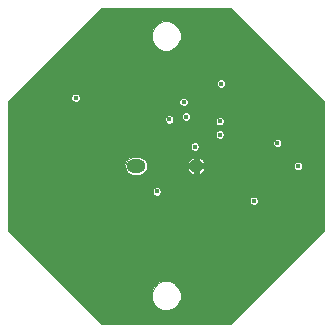
<source format=gbr>
G04 #@! TF.GenerationSoftware,KiCad,Pcbnew,(5.0.0)*
G04 #@! TF.CreationDate,2019-03-24T09:47:22+01:00*
G04 #@! TF.ProjectId,photoDiode_MDversion1.2,70686F746F44696F64655F4D44766572,rev?*
G04 #@! TF.SameCoordinates,Original*
G04 #@! TF.FileFunction,Copper,L3,Inr,Signal*
G04 #@! TF.FilePolarity,Positive*
%FSLAX46Y46*%
G04 Gerber Fmt 4.6, Leading zero omitted, Abs format (unit mm)*
G04 Created by KiCad (PCBNEW (5.0.0)) date 03/24/19 09:47:22*
%MOMM*%
%LPD*%
G01*
G04 APERTURE LIST*
G04 #@! TA.AperFunction,ViaPad*
%ADD10O,1.600000X1.200000*%
G04 #@! TD*
G04 #@! TA.AperFunction,ViaPad*
%ADD11O,1.200000X1.200000*%
G04 #@! TD*
G04 #@! TA.AperFunction,ViaPad*
%ADD12C,0.450000*%
G04 #@! TD*
G04 #@! TA.AperFunction,Conductor*
%ADD13C,0.088900*%
G04 #@! TD*
G04 APERTURE END LIST*
D10*
G04 #@! TO.N,Net-(C2-Pad2)*
G04 #@! TO.C,D1*
X147460000Y-95000000D03*
D11*
G04 #@! TO.N,GND*
X152540000Y-95000000D03*
G04 #@! TD*
D12*
G04 #@! TO.N,+5V*
X161170000Y-95000000D03*
X157430000Y-97955000D03*
G04 #@! TO.N,GND*
X154660000Y-84510000D03*
X159900000Y-100400000D03*
X155060000Y-105280000D03*
X145720000Y-85010000D03*
X144000000Y-84220000D03*
X137540000Y-91160000D03*
X138350000Y-94650000D03*
X137700000Y-97900000D03*
X143330000Y-105020000D03*
X146170000Y-104540000D03*
X145150000Y-106970000D03*
X147130000Y-107480000D03*
X153350000Y-107360000D03*
X156580000Y-105380000D03*
X159600000Y-102210000D03*
X161910000Y-99850000D03*
X158860000Y-98620000D03*
X162200000Y-89960000D03*
X159070000Y-90660000D03*
X160070000Y-88440000D03*
X157450000Y-85040000D03*
X154910000Y-82940000D03*
X152860000Y-85040000D03*
X147340000Y-82460000D03*
X142080000Y-85210000D03*
X139260000Y-88130000D03*
X138950000Y-101260000D03*
X159590000Y-92310000D03*
X143070000Y-100940000D03*
X145100000Y-99050000D03*
X146030000Y-101460000D03*
X146810000Y-99230000D03*
X152530000Y-101750000D03*
X153890000Y-99260000D03*
X150260000Y-100790000D03*
X150120000Y-97510000D03*
X148750000Y-96510000D03*
X148150000Y-93980000D03*
X146440000Y-93510000D03*
X143520000Y-93220000D03*
X141650000Y-91970000D03*
X144440000Y-88430000D03*
X143720000Y-91180000D03*
X149190000Y-90850000D03*
X149440000Y-88250000D03*
X151360000Y-88420000D03*
X154580000Y-90160000D03*
X157700000Y-91970000D03*
X143010000Y-97940000D03*
X153280000Y-97430000D03*
X143710000Y-99330000D03*
X139600000Y-91770000D03*
X139600000Y-97450000D03*
X146350000Y-91240000D03*
X151900000Y-98570000D03*
X152390000Y-99870000D03*
X147660000Y-100640000D03*
G04 #@! TO.N,/A*
X149210000Y-97160000D03*
X151690000Y-90830000D03*
X154550000Y-91210000D03*
X159410000Y-93060000D03*
G04 #@! TO.N,Net-(C4-Pad1)*
X142350000Y-89240000D03*
X151490000Y-89580000D03*
G04 #@! TO.N,/Ref2*
X152430000Y-93360000D03*
X154550000Y-92350000D03*
G04 #@! TO.N,/Ref1*
X154650000Y-88040000D03*
X150260000Y-91050000D03*
G04 #@! TD*
D13*
G04 #@! TO.N,GND*
G36*
X163346483Y-89471707D02*
X163346482Y-100528294D01*
X155528295Y-108346482D01*
X144471706Y-108346482D01*
X141879895Y-105754671D01*
X148766650Y-105754671D01*
X148766650Y-106245329D01*
X148954416Y-106698637D01*
X149301363Y-107045584D01*
X149754671Y-107233350D01*
X150245329Y-107233350D01*
X150698637Y-107045584D01*
X151045584Y-106698637D01*
X151233350Y-106245329D01*
X151233350Y-105754671D01*
X151045584Y-105301363D01*
X150698637Y-104954416D01*
X150245329Y-104766650D01*
X149754671Y-104766650D01*
X149301363Y-104954416D01*
X148954416Y-105301363D01*
X148766650Y-105754671D01*
X141879895Y-105754671D01*
X136653518Y-100528295D01*
X136653518Y-97883720D01*
X157071650Y-97883720D01*
X157071650Y-98026280D01*
X157126206Y-98157989D01*
X157227011Y-98258794D01*
X157358720Y-98313350D01*
X157501280Y-98313350D01*
X157632989Y-98258794D01*
X157733794Y-98157989D01*
X157788350Y-98026280D01*
X157788350Y-97883720D01*
X157733794Y-97752011D01*
X157632989Y-97651206D01*
X157501280Y-97596650D01*
X157358720Y-97596650D01*
X157227011Y-97651206D01*
X157126206Y-97752011D01*
X157071650Y-97883720D01*
X136653518Y-97883720D01*
X136653518Y-97088720D01*
X148851650Y-97088720D01*
X148851650Y-97231280D01*
X148906206Y-97362989D01*
X149007011Y-97463794D01*
X149138720Y-97518350D01*
X149281280Y-97518350D01*
X149412989Y-97463794D01*
X149513794Y-97362989D01*
X149568350Y-97231280D01*
X149568350Y-97088720D01*
X149513794Y-96957011D01*
X149412989Y-96856206D01*
X149281280Y-96801650D01*
X149138720Y-96801650D01*
X149007011Y-96856206D01*
X148906206Y-96957011D01*
X148851650Y-97088720D01*
X136653518Y-97088720D01*
X136653518Y-95000000D01*
X146512283Y-95000000D01*
X146569200Y-95286139D01*
X146731284Y-95528716D01*
X146973861Y-95690800D01*
X147187773Y-95733350D01*
X147732227Y-95733350D01*
X147946139Y-95690800D01*
X148188716Y-95528716D01*
X148350800Y-95286139D01*
X148366034Y-95209550D01*
X151863368Y-95209550D01*
X151867227Y-95318719D01*
X151988066Y-95499621D01*
X152221276Y-95672806D01*
X152330450Y-95678270D01*
X152330450Y-95209550D01*
X152749550Y-95209550D01*
X152749550Y-95678270D01*
X152858724Y-95672806D01*
X153091934Y-95499621D01*
X153212773Y-95318719D01*
X153216632Y-95209550D01*
X152749550Y-95209550D01*
X152330450Y-95209550D01*
X151863368Y-95209550D01*
X148366034Y-95209550D01*
X148407717Y-95000000D01*
X148393539Y-94928720D01*
X160811650Y-94928720D01*
X160811650Y-95071280D01*
X160866206Y-95202989D01*
X160967011Y-95303794D01*
X161098720Y-95358350D01*
X161241280Y-95358350D01*
X161372989Y-95303794D01*
X161473794Y-95202989D01*
X161528350Y-95071280D01*
X161528350Y-94928720D01*
X161473794Y-94797011D01*
X161372989Y-94696206D01*
X161241280Y-94641650D01*
X161098720Y-94641650D01*
X160967011Y-94696206D01*
X160866206Y-94797011D01*
X160811650Y-94928720D01*
X148393539Y-94928720D01*
X148366035Y-94790450D01*
X151863368Y-94790450D01*
X152330450Y-94790450D01*
X152749550Y-94790450D01*
X153216632Y-94790450D01*
X153212773Y-94681281D01*
X153091934Y-94500379D01*
X152858724Y-94327194D01*
X152749550Y-94321730D01*
X152749550Y-94790450D01*
X152330450Y-94790450D01*
X152330450Y-94321730D01*
X152221276Y-94327194D01*
X151988066Y-94500379D01*
X151867227Y-94681281D01*
X151863368Y-94790450D01*
X148366035Y-94790450D01*
X148350800Y-94713861D01*
X148188716Y-94471284D01*
X147946139Y-94309200D01*
X147732227Y-94266650D01*
X147187773Y-94266650D01*
X146973861Y-94309200D01*
X146731284Y-94471284D01*
X146569200Y-94713861D01*
X146512283Y-95000000D01*
X136653518Y-95000000D01*
X136653518Y-93288720D01*
X152071650Y-93288720D01*
X152071650Y-93431280D01*
X152126206Y-93562989D01*
X152227011Y-93663794D01*
X152358720Y-93718350D01*
X152501280Y-93718350D01*
X152632989Y-93663794D01*
X152733794Y-93562989D01*
X152788350Y-93431280D01*
X152788350Y-93288720D01*
X152733794Y-93157011D01*
X152632989Y-93056206D01*
X152501280Y-93001650D01*
X152358720Y-93001650D01*
X152227011Y-93056206D01*
X152126206Y-93157011D01*
X152071650Y-93288720D01*
X136653518Y-93288720D01*
X136653518Y-92988720D01*
X159051650Y-92988720D01*
X159051650Y-93131280D01*
X159106206Y-93262989D01*
X159207011Y-93363794D01*
X159338720Y-93418350D01*
X159481280Y-93418350D01*
X159612989Y-93363794D01*
X159713794Y-93262989D01*
X159768350Y-93131280D01*
X159768350Y-92988720D01*
X159713794Y-92857011D01*
X159612989Y-92756206D01*
X159481280Y-92701650D01*
X159338720Y-92701650D01*
X159207011Y-92756206D01*
X159106206Y-92857011D01*
X159051650Y-92988720D01*
X136653518Y-92988720D01*
X136653518Y-92278720D01*
X154191650Y-92278720D01*
X154191650Y-92421280D01*
X154246206Y-92552989D01*
X154347011Y-92653794D01*
X154478720Y-92708350D01*
X154621280Y-92708350D01*
X154752989Y-92653794D01*
X154853794Y-92552989D01*
X154908350Y-92421280D01*
X154908350Y-92278720D01*
X154853794Y-92147011D01*
X154752989Y-92046206D01*
X154621280Y-91991650D01*
X154478720Y-91991650D01*
X154347011Y-92046206D01*
X154246206Y-92147011D01*
X154191650Y-92278720D01*
X136653518Y-92278720D01*
X136653518Y-90978720D01*
X149901650Y-90978720D01*
X149901650Y-91121280D01*
X149956206Y-91252989D01*
X150057011Y-91353794D01*
X150188720Y-91408350D01*
X150331280Y-91408350D01*
X150462989Y-91353794D01*
X150563794Y-91252989D01*
X150618350Y-91121280D01*
X150618350Y-90978720D01*
X150563794Y-90847011D01*
X150475503Y-90758720D01*
X151331650Y-90758720D01*
X151331650Y-90901280D01*
X151386206Y-91032989D01*
X151487011Y-91133794D01*
X151618720Y-91188350D01*
X151761280Y-91188350D01*
X151881096Y-91138720D01*
X154191650Y-91138720D01*
X154191650Y-91281280D01*
X154246206Y-91412989D01*
X154347011Y-91513794D01*
X154478720Y-91568350D01*
X154621280Y-91568350D01*
X154752989Y-91513794D01*
X154853794Y-91412989D01*
X154908350Y-91281280D01*
X154908350Y-91138720D01*
X154853794Y-91007011D01*
X154752989Y-90906206D01*
X154621280Y-90851650D01*
X154478720Y-90851650D01*
X154347011Y-90906206D01*
X154246206Y-91007011D01*
X154191650Y-91138720D01*
X151881096Y-91138720D01*
X151892989Y-91133794D01*
X151993794Y-91032989D01*
X152048350Y-90901280D01*
X152048350Y-90758720D01*
X151993794Y-90627011D01*
X151892989Y-90526206D01*
X151761280Y-90471650D01*
X151618720Y-90471650D01*
X151487011Y-90526206D01*
X151386206Y-90627011D01*
X151331650Y-90758720D01*
X150475503Y-90758720D01*
X150462989Y-90746206D01*
X150331280Y-90691650D01*
X150188720Y-90691650D01*
X150057011Y-90746206D01*
X149956206Y-90847011D01*
X149901650Y-90978720D01*
X136653518Y-90978720D01*
X136653518Y-89471705D01*
X136956503Y-89168720D01*
X141991650Y-89168720D01*
X141991650Y-89311280D01*
X142046206Y-89442989D01*
X142147011Y-89543794D01*
X142278720Y-89598350D01*
X142421280Y-89598350D01*
X142552989Y-89543794D01*
X142588063Y-89508720D01*
X151131650Y-89508720D01*
X151131650Y-89651280D01*
X151186206Y-89782989D01*
X151287011Y-89883794D01*
X151418720Y-89938350D01*
X151561280Y-89938350D01*
X151692989Y-89883794D01*
X151793794Y-89782989D01*
X151848350Y-89651280D01*
X151848350Y-89508720D01*
X151793794Y-89377011D01*
X151692989Y-89276206D01*
X151561280Y-89221650D01*
X151418720Y-89221650D01*
X151287011Y-89276206D01*
X151186206Y-89377011D01*
X151131650Y-89508720D01*
X142588063Y-89508720D01*
X142653794Y-89442989D01*
X142708350Y-89311280D01*
X142708350Y-89168720D01*
X142653794Y-89037011D01*
X142552989Y-88936206D01*
X142421280Y-88881650D01*
X142278720Y-88881650D01*
X142147011Y-88936206D01*
X142046206Y-89037011D01*
X141991650Y-89168720D01*
X136956503Y-89168720D01*
X138156503Y-87968720D01*
X154291650Y-87968720D01*
X154291650Y-88111280D01*
X154346206Y-88242989D01*
X154447011Y-88343794D01*
X154578720Y-88398350D01*
X154721280Y-88398350D01*
X154852989Y-88343794D01*
X154953794Y-88242989D01*
X155008350Y-88111280D01*
X155008350Y-87968720D01*
X154953794Y-87837011D01*
X154852989Y-87736206D01*
X154721280Y-87681650D01*
X154578720Y-87681650D01*
X154447011Y-87736206D01*
X154346206Y-87837011D01*
X154291650Y-87968720D01*
X138156503Y-87968720D01*
X142370552Y-83754671D01*
X148766650Y-83754671D01*
X148766650Y-84245329D01*
X148954416Y-84698637D01*
X149301363Y-85045584D01*
X149754671Y-85233350D01*
X150245329Y-85233350D01*
X150698637Y-85045584D01*
X151045584Y-84698637D01*
X151233350Y-84245329D01*
X151233350Y-83754671D01*
X151045584Y-83301363D01*
X150698637Y-82954416D01*
X150245329Y-82766650D01*
X149754671Y-82766650D01*
X149301363Y-82954416D01*
X148954416Y-83301363D01*
X148766650Y-83754671D01*
X142370552Y-83754671D01*
X144471706Y-81653518D01*
X155528295Y-81653518D01*
X163346483Y-89471707D01*
X163346483Y-89471707D01*
G37*
X163346483Y-89471707D02*
X163346482Y-100528294D01*
X155528295Y-108346482D01*
X144471706Y-108346482D01*
X141879895Y-105754671D01*
X148766650Y-105754671D01*
X148766650Y-106245329D01*
X148954416Y-106698637D01*
X149301363Y-107045584D01*
X149754671Y-107233350D01*
X150245329Y-107233350D01*
X150698637Y-107045584D01*
X151045584Y-106698637D01*
X151233350Y-106245329D01*
X151233350Y-105754671D01*
X151045584Y-105301363D01*
X150698637Y-104954416D01*
X150245329Y-104766650D01*
X149754671Y-104766650D01*
X149301363Y-104954416D01*
X148954416Y-105301363D01*
X148766650Y-105754671D01*
X141879895Y-105754671D01*
X136653518Y-100528295D01*
X136653518Y-97883720D01*
X157071650Y-97883720D01*
X157071650Y-98026280D01*
X157126206Y-98157989D01*
X157227011Y-98258794D01*
X157358720Y-98313350D01*
X157501280Y-98313350D01*
X157632989Y-98258794D01*
X157733794Y-98157989D01*
X157788350Y-98026280D01*
X157788350Y-97883720D01*
X157733794Y-97752011D01*
X157632989Y-97651206D01*
X157501280Y-97596650D01*
X157358720Y-97596650D01*
X157227011Y-97651206D01*
X157126206Y-97752011D01*
X157071650Y-97883720D01*
X136653518Y-97883720D01*
X136653518Y-97088720D01*
X148851650Y-97088720D01*
X148851650Y-97231280D01*
X148906206Y-97362989D01*
X149007011Y-97463794D01*
X149138720Y-97518350D01*
X149281280Y-97518350D01*
X149412989Y-97463794D01*
X149513794Y-97362989D01*
X149568350Y-97231280D01*
X149568350Y-97088720D01*
X149513794Y-96957011D01*
X149412989Y-96856206D01*
X149281280Y-96801650D01*
X149138720Y-96801650D01*
X149007011Y-96856206D01*
X148906206Y-96957011D01*
X148851650Y-97088720D01*
X136653518Y-97088720D01*
X136653518Y-95000000D01*
X146512283Y-95000000D01*
X146569200Y-95286139D01*
X146731284Y-95528716D01*
X146973861Y-95690800D01*
X147187773Y-95733350D01*
X147732227Y-95733350D01*
X147946139Y-95690800D01*
X148188716Y-95528716D01*
X148350800Y-95286139D01*
X148366034Y-95209550D01*
X151863368Y-95209550D01*
X151867227Y-95318719D01*
X151988066Y-95499621D01*
X152221276Y-95672806D01*
X152330450Y-95678270D01*
X152330450Y-95209550D01*
X152749550Y-95209550D01*
X152749550Y-95678270D01*
X152858724Y-95672806D01*
X153091934Y-95499621D01*
X153212773Y-95318719D01*
X153216632Y-95209550D01*
X152749550Y-95209550D01*
X152330450Y-95209550D01*
X151863368Y-95209550D01*
X148366034Y-95209550D01*
X148407717Y-95000000D01*
X148393539Y-94928720D01*
X160811650Y-94928720D01*
X160811650Y-95071280D01*
X160866206Y-95202989D01*
X160967011Y-95303794D01*
X161098720Y-95358350D01*
X161241280Y-95358350D01*
X161372989Y-95303794D01*
X161473794Y-95202989D01*
X161528350Y-95071280D01*
X161528350Y-94928720D01*
X161473794Y-94797011D01*
X161372989Y-94696206D01*
X161241280Y-94641650D01*
X161098720Y-94641650D01*
X160967011Y-94696206D01*
X160866206Y-94797011D01*
X160811650Y-94928720D01*
X148393539Y-94928720D01*
X148366035Y-94790450D01*
X151863368Y-94790450D01*
X152330450Y-94790450D01*
X152749550Y-94790450D01*
X153216632Y-94790450D01*
X153212773Y-94681281D01*
X153091934Y-94500379D01*
X152858724Y-94327194D01*
X152749550Y-94321730D01*
X152749550Y-94790450D01*
X152330450Y-94790450D01*
X152330450Y-94321730D01*
X152221276Y-94327194D01*
X151988066Y-94500379D01*
X151867227Y-94681281D01*
X151863368Y-94790450D01*
X148366035Y-94790450D01*
X148350800Y-94713861D01*
X148188716Y-94471284D01*
X147946139Y-94309200D01*
X147732227Y-94266650D01*
X147187773Y-94266650D01*
X146973861Y-94309200D01*
X146731284Y-94471284D01*
X146569200Y-94713861D01*
X146512283Y-95000000D01*
X136653518Y-95000000D01*
X136653518Y-93288720D01*
X152071650Y-93288720D01*
X152071650Y-93431280D01*
X152126206Y-93562989D01*
X152227011Y-93663794D01*
X152358720Y-93718350D01*
X152501280Y-93718350D01*
X152632989Y-93663794D01*
X152733794Y-93562989D01*
X152788350Y-93431280D01*
X152788350Y-93288720D01*
X152733794Y-93157011D01*
X152632989Y-93056206D01*
X152501280Y-93001650D01*
X152358720Y-93001650D01*
X152227011Y-93056206D01*
X152126206Y-93157011D01*
X152071650Y-93288720D01*
X136653518Y-93288720D01*
X136653518Y-92988720D01*
X159051650Y-92988720D01*
X159051650Y-93131280D01*
X159106206Y-93262989D01*
X159207011Y-93363794D01*
X159338720Y-93418350D01*
X159481280Y-93418350D01*
X159612989Y-93363794D01*
X159713794Y-93262989D01*
X159768350Y-93131280D01*
X159768350Y-92988720D01*
X159713794Y-92857011D01*
X159612989Y-92756206D01*
X159481280Y-92701650D01*
X159338720Y-92701650D01*
X159207011Y-92756206D01*
X159106206Y-92857011D01*
X159051650Y-92988720D01*
X136653518Y-92988720D01*
X136653518Y-92278720D01*
X154191650Y-92278720D01*
X154191650Y-92421280D01*
X154246206Y-92552989D01*
X154347011Y-92653794D01*
X154478720Y-92708350D01*
X154621280Y-92708350D01*
X154752989Y-92653794D01*
X154853794Y-92552989D01*
X154908350Y-92421280D01*
X154908350Y-92278720D01*
X154853794Y-92147011D01*
X154752989Y-92046206D01*
X154621280Y-91991650D01*
X154478720Y-91991650D01*
X154347011Y-92046206D01*
X154246206Y-92147011D01*
X154191650Y-92278720D01*
X136653518Y-92278720D01*
X136653518Y-90978720D01*
X149901650Y-90978720D01*
X149901650Y-91121280D01*
X149956206Y-91252989D01*
X150057011Y-91353794D01*
X150188720Y-91408350D01*
X150331280Y-91408350D01*
X150462989Y-91353794D01*
X150563794Y-91252989D01*
X150618350Y-91121280D01*
X150618350Y-90978720D01*
X150563794Y-90847011D01*
X150475503Y-90758720D01*
X151331650Y-90758720D01*
X151331650Y-90901280D01*
X151386206Y-91032989D01*
X151487011Y-91133794D01*
X151618720Y-91188350D01*
X151761280Y-91188350D01*
X151881096Y-91138720D01*
X154191650Y-91138720D01*
X154191650Y-91281280D01*
X154246206Y-91412989D01*
X154347011Y-91513794D01*
X154478720Y-91568350D01*
X154621280Y-91568350D01*
X154752989Y-91513794D01*
X154853794Y-91412989D01*
X154908350Y-91281280D01*
X154908350Y-91138720D01*
X154853794Y-91007011D01*
X154752989Y-90906206D01*
X154621280Y-90851650D01*
X154478720Y-90851650D01*
X154347011Y-90906206D01*
X154246206Y-91007011D01*
X154191650Y-91138720D01*
X151881096Y-91138720D01*
X151892989Y-91133794D01*
X151993794Y-91032989D01*
X152048350Y-90901280D01*
X152048350Y-90758720D01*
X151993794Y-90627011D01*
X151892989Y-90526206D01*
X151761280Y-90471650D01*
X151618720Y-90471650D01*
X151487011Y-90526206D01*
X151386206Y-90627011D01*
X151331650Y-90758720D01*
X150475503Y-90758720D01*
X150462989Y-90746206D01*
X150331280Y-90691650D01*
X150188720Y-90691650D01*
X150057011Y-90746206D01*
X149956206Y-90847011D01*
X149901650Y-90978720D01*
X136653518Y-90978720D01*
X136653518Y-89471705D01*
X136956503Y-89168720D01*
X141991650Y-89168720D01*
X141991650Y-89311280D01*
X142046206Y-89442989D01*
X142147011Y-89543794D01*
X142278720Y-89598350D01*
X142421280Y-89598350D01*
X142552989Y-89543794D01*
X142588063Y-89508720D01*
X151131650Y-89508720D01*
X151131650Y-89651280D01*
X151186206Y-89782989D01*
X151287011Y-89883794D01*
X151418720Y-89938350D01*
X151561280Y-89938350D01*
X151692989Y-89883794D01*
X151793794Y-89782989D01*
X151848350Y-89651280D01*
X151848350Y-89508720D01*
X151793794Y-89377011D01*
X151692989Y-89276206D01*
X151561280Y-89221650D01*
X151418720Y-89221650D01*
X151287011Y-89276206D01*
X151186206Y-89377011D01*
X151131650Y-89508720D01*
X142588063Y-89508720D01*
X142653794Y-89442989D01*
X142708350Y-89311280D01*
X142708350Y-89168720D01*
X142653794Y-89037011D01*
X142552989Y-88936206D01*
X142421280Y-88881650D01*
X142278720Y-88881650D01*
X142147011Y-88936206D01*
X142046206Y-89037011D01*
X141991650Y-89168720D01*
X136956503Y-89168720D01*
X138156503Y-87968720D01*
X154291650Y-87968720D01*
X154291650Y-88111280D01*
X154346206Y-88242989D01*
X154447011Y-88343794D01*
X154578720Y-88398350D01*
X154721280Y-88398350D01*
X154852989Y-88343794D01*
X154953794Y-88242989D01*
X155008350Y-88111280D01*
X155008350Y-87968720D01*
X154953794Y-87837011D01*
X154852989Y-87736206D01*
X154721280Y-87681650D01*
X154578720Y-87681650D01*
X154447011Y-87736206D01*
X154346206Y-87837011D01*
X154291650Y-87968720D01*
X138156503Y-87968720D01*
X142370552Y-83754671D01*
X148766650Y-83754671D01*
X148766650Y-84245329D01*
X148954416Y-84698637D01*
X149301363Y-85045584D01*
X149754671Y-85233350D01*
X150245329Y-85233350D01*
X150698637Y-85045584D01*
X151045584Y-84698637D01*
X151233350Y-84245329D01*
X151233350Y-83754671D01*
X151045584Y-83301363D01*
X150698637Y-82954416D01*
X150245329Y-82766650D01*
X149754671Y-82766650D01*
X149301363Y-82954416D01*
X148954416Y-83301363D01*
X148766650Y-83754671D01*
X142370552Y-83754671D01*
X144471706Y-81653518D01*
X155528295Y-81653518D01*
X163346483Y-89471707D01*
G04 #@! TD*
M02*

</source>
